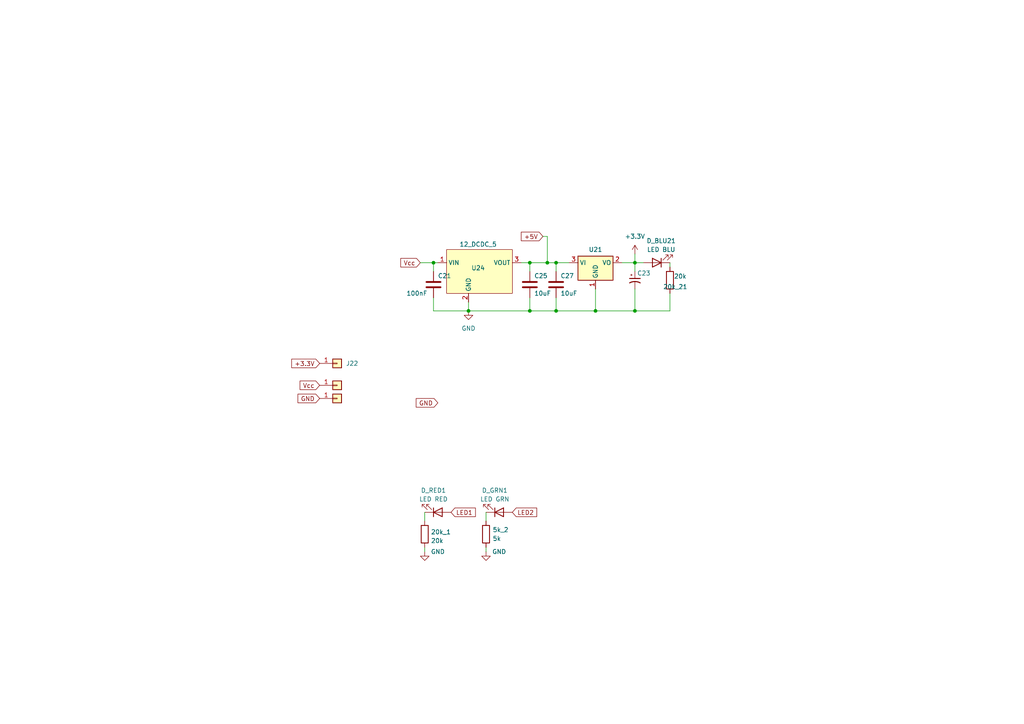
<source format=kicad_sch>
(kicad_sch (version 20231120) (generator "eeschema") (generator_version "8.0")
  (paper "A4")
  (lib_symbols
    (symbol "Connector_Generic:Conn_01x01" (pin_names (offset 1.016) hide)
      (property "Reference" "J" (at 0 2.54 0))
      (property "Value" "Conn_01x01" (at 0 -2.54 0))
      (symbol "Conn_01x01_1_1"
        (rectangle (start -1.27 0.127) (end 0 -0.127) (stroke (width 0.1524)))
        (rectangle (start -1.27 1.27) (end 1.27 -1.27) (stroke (width 0.254)) (fill (type background)))
        (pin passive line (at -5.08 0 0) (length 3.81) (name "Pin_1") (number "1"))
      )
    )
    (symbol "Device:C" (pin_numbers hide) (pin_names (offset 0.254))
      (property "Reference" "C" (at 0.635 2.54 0))
      (property "Value" "C" (at 0.635 -2.54 0))
      (symbol "C_0_1"
        (polyline (pts (xy -2.032 -0.762) (xy 2.032 -0.762)) (stroke (width 0.508)))
        (polyline (pts (xy -2.032 0.762) (xy 2.032 0.762)) (stroke (width 0.508)))
      )
      (symbol "C_1_1"
        (pin passive line (at 0 3.81 270) (length 2.794) (name "~") (number "1"))
        (pin passive line (at 0 -3.81 90) (length 2.794) (name "~") (number "2"))
      )
    )
    (symbol "Device:C_Polarized_Small_US" (pin_numbers hide) (pin_names (offset 0.254) hide)
      (property "Reference" "C" (at 0.254 1.778 0))
      (property "Value" "C_Polarized_Small_US" (at 0.254 -2.032 0))
      (symbol "C_Polarized_Small_US_0_1"
        (polyline (pts (xy -1.524 0.508) (xy 1.524 0.508)) (stroke (width 0.3048)))
        (polyline (pts (xy -1.27 1.524) (xy -0.762 1.524)))
        (polyline (pts (xy -1.016 1.27) (xy -1.016 1.778)))
        (arc (start 1.524 -0.762) (mid 0 -0.3734) (end -1.524 -0.762) (stroke (width 0.3048)))
      )
      (symbol "C_Polarized_Small_US_1_1"
        (pin passive line (at 0 2.54 270) (length 2.032) (name "~") (number "1"))
        (pin passive line (at 0 -2.54 90) (length 2.032) (name "~") (number "2"))
      )
    )
    (symbol "Device:LED" (pin_numbers hide) (pin_names (offset 1.016) hide)
      (property "Reference" "D" (at 0 2.54 0))
      (property "Value" "LED" (at 0 -2.54 0))
      (symbol "LED_0_1"
        (polyline (pts (xy -1.27 -1.27) (xy -1.27 1.27)) (stroke (width 0.254)))
        (polyline (pts (xy -1.27 0) (xy 1.27 0)))
        (polyline (pts (xy 1.27 -1.27) (xy 1.27 1.27) (xy -1.27 0) (xy 1.27 -1.27)) (stroke (width 0.254)))
        (polyline (pts (xy -3.048 -0.762) (xy -4.572 -2.286) (xy -3.81 -2.286) (xy -4.572 -2.286) (xy -4.572 -1.524)))
        (polyline (pts (xy -1.778 -0.762) (xy -3.302 -2.286) (xy -2.54 -2.286) (xy -3.302 -2.286) (xy -3.302 -1.524)))
      )
      (symbol "LED_1_1"
        (pin passive line (at -3.81 0 0) (length 2.54) (name "K") (number "1"))
        (pin passive line (at 3.81 0 180) (length 2.54) (name "A") (number "2"))
      )
    )
    (symbol "Device:R" (pin_numbers hide) (pin_names (offset 0))
      (property "Reference" "R" (at 2.032 0 90))
      (property "Value" "R" (at 0 0 90))
      (symbol "R_0_1"
        (rectangle (start -1.016 -2.54) (end 1.016 2.54) (stroke (width 0.254)))
      )
      (symbol "R_1_1"
        (pin passive line (at 0 3.81 270) (length 1.27) (name "~") (number "1"))
        (pin passive line (at 0 -3.81 90) (length 1.27) (name "~") (number "2"))
      )
    )
    (symbol "MP2_DFN_Custom_Symbols:TO220_replacement_module"
      (property "Reference" "U" (at -3.81 1.27 0))
      (property "Value" "TO220_replacement_module" (at 1.27 3.81 0))
      (symbol "TO220_replacement_module_0_1"
        (rectangle (start 0 0) (end 19.05 -12.7) (fill (type background)))
      )
      (symbol "TO220_replacement_module_1_1"
        (pin bidirectional line (at -2.54 -3.81 0) (length 2.54) (name "VIN") (number "1"))
        (pin bidirectional line (at 6.35 -15.24 90) (length 2.54) (name "GND") (number "2"))
        (pin bidirectional line (at 21.59 -3.81 180) (length 2.54) (name "VOUT") (number "3"))
      )
    )
    (symbol "Regulator_Linear:LD1117S18TR_SOT223"
      (property "Reference" "U" (at -3.81 3.175 0))
      (property "Value" "LD1117S18TR_SOT223" (at 0 3.175 0))
      (symbol "LD1117S18TR_SOT223_0_1"
        (rectangle (start -5.08 -5.08) (end 5.08 1.905) (stroke (width 0.254)) (fill (type background)))
      )
      (symbol "LD1117S18TR_SOT223_1_1"
        (pin power_in line (at 0 -7.62 90) (length 2.54) (name "GND") (number "1"))
        (pin power_out line (at 7.62 0 180) (length 2.54) (name "VO") (number "2"))
        (pin power_in line (at -7.62 0 0) (length 2.54) (name "VI") (number "3"))
      )
    )
    (symbol "power:+3.3V" (power) (pin_names (offset 0))
      (property "Value" "+3.3V" (at 0 3.556 0))
      (symbol "+3.3V_0_1"
        (polyline (pts (xy -0.762 1.27) (xy 0 2.54)))
        (polyline (pts (xy 0 0) (xy 0 2.54)))
        (polyline (pts (xy 0 2.54) (xy 0.762 1.27)))
      )
      (symbol "+3.3V_1_1"
        (pin power_in line (at 0 0 90) (length 0) hide (name "+3.3V") (number "1"))
      )
    )
    (symbol "power:GND" (power) (pin_names (offset 0))
      (property "Value" "GND" (at 0 -3.81 0))
      (symbol "GND_0_1"
        (polyline (pts (xy 0 0) (xy 0 -1.27) (xy 1.27 -1.27) (xy 0 -2.54) (xy -1.27 -1.27) (xy 0 -1.27)))
      )
      (symbol "GND_1_1"
        (pin power_in line (at 0 0 270) (length 0) hide (name "GND") (number "1"))
      )
    )
  )
  (junction (at 153.67 90.17))
  (junction (at 158.75 76.2))
  (junction (at 161.29 76.2))
  (junction (at 125.73 76.2))
  (junction (at 184.15 90.17))
  (junction (at 135.89 90.17))
  (junction (at 161.29 90.17))
  (junction (at 184.15 76.2))
  (junction (at 172.72 90.17))
  (junction (at 153.67 76.2))
  (wire (pts (xy 121.92 76.2) (xy 125.73 76.2)))
  (wire (pts (xy 153.67 76.2) (xy 158.75 76.2)))
  (wire (pts (xy 151.13 76.2) (xy 153.67 76.2)))
  (wire (pts (xy 194.31 85.09) (xy 194.31 90.17)))
  (wire (pts (xy 161.29 86.36) (xy 161.29 90.17)))
  (wire (pts (xy 123.19 160.02) (xy 123.19 158.75)))
  (wire (pts (xy 158.75 68.58) (xy 158.75 76.2)))
  (wire (pts (xy 153.67 76.2) (xy 153.67 78.74)))
  (wire (pts (xy 125.73 76.2) (xy 127 76.2)))
  (wire (pts (xy 184.15 83.82) (xy 184.15 90.17)))
  (wire (pts (xy 135.89 90.17) (xy 153.67 90.17)))
  (wire (pts (xy 135.89 90.17) (xy 135.89 87.63)))
  (wire (pts (xy 157.48 68.58) (xy 158.75 68.58)))
  (wire (pts (xy 184.15 90.17) (xy 172.72 90.17)))
  (wire (pts (xy 172.72 90.17) (xy 161.29 90.17)))
  (wire (pts (xy 194.31 76.2) (xy 194.31 77.47)))
  (wire (pts (xy 125.73 86.36) (xy 125.73 90.17)))
  (wire (pts (xy 184.15 76.2) (xy 184.15 78.74)))
  (wire (pts (xy 125.73 90.17) (xy 135.89 90.17)))
  (wire (pts (xy 123.19 148.59) (xy 123.19 151.13)))
  (wire (pts (xy 153.67 86.36) (xy 153.67 90.17)))
  (wire (pts (xy 140.97 160.02) (xy 140.97 158.75)))
  (wire (pts (xy 184.15 73.66) (xy 184.15 76.2)))
  (wire (pts (xy 140.97 148.59) (xy 140.97 151.13)))
  (wire (pts (xy 184.15 76.2) (xy 186.69 76.2)))
  (wire (pts (xy 161.29 76.2) (xy 165.1 76.2)))
  (wire (pts (xy 125.73 76.2) (xy 125.73 78.74)))
  (wire (pts (xy 180.34 76.2) (xy 184.15 76.2)))
  (wire (pts (xy 161.29 76.2) (xy 161.29 78.74)))
  (wire (pts (xy 194.31 90.17) (xy 184.15 90.17)))
  (wire (pts (xy 158.75 76.2) (xy 161.29 76.2)))
  (wire (pts (xy 161.29 90.17) (xy 153.67 90.17)))
  (wire (pts (xy 172.72 83.82) (xy 172.72 90.17)))
  (global_label "Vcc" (shape input) (at 121.92 76.2 180) (property "Intersheetrefs" "${INTERSHEET_REFS}" (effects (hide yes))))
  (global_label "Vcc" (shape input) (at 92.71 111.76 180) (property "Intersheetrefs" "${INTERSHEET_REFS}" (effects (hide yes))))
  (global_label "+5V" (shape input) (at 157.48 68.58 180) (property "Intersheetrefs" "${INTERSHEET_REFS}" (effects (hide yes))))
  (global_label "+3.3V" (shape input) (at 92.71 105.41 180) (property "Intersheetrefs" "${INTERSHEET_REFS}" (effects (hide yes))))
  (global_label "LED1" (shape input) (at 130.81 148.59 0) (property "Intersheetrefs" "${INTERSHEET_REFS}" (effects (hide yes))))
  (global_label "GND" (shape input) (at 92.71 115.57 180) (property "Intersheetrefs" "${INTERSHEET_REFS}" (effects (hide yes))))
  (global_label "LED2" (shape input) (at 148.59 148.59 0) (property "Intersheetrefs" "${INTERSHEET_REFS}" (effects (hide yes))))
  (global_label "GND" (shape input) (at 127 116.84 180) (property "Intersheetrefs" "${INTERSHEET_REFS}" (effects (hide yes))))
  (symbol (lib_id "Device:LED") (at 144.78 148.59 0) (mirror x) (unit 1)
    (property "Reference" "D_GRN1" (at 143.51 142.24 0))
    (property "Value" "LED GRN" (at 143.51 144.78 0))
    (property "Footprint" "LED_SMD:LED_0603_1608Metric" (effects (hide yes)))
    (property "LCSC" "C72043" (effects (hide yes)))
  )
  (symbol (lib_id "power:GND") (at 135.89 90.17 0) (unit 1)
    (property "Reference" "#PWR032" (effects (hide yes)))
    (property "Value" "GND" (at 135.89 95.25 0))
  )
  (symbol (lib_id "Device:R") (at 140.97 154.94 180) (unit 1)
    (property "Reference" "5k_2" (at 142.875 153.6699 0) (effects (justify right)))
    (property "Value" "5k" (at 142.875 156.2099 0) (effects (justify right)))
    (property "Footprint" "Resistor_SMD:R_0603_1608Metric" (effects (hide yes)))
    (property "LCSC" "C4184" (effects (hide yes)))
  )
  (symbol (lib_id "power:GND") (at 140.97 160.02 0) (mirror y) (unit 1)
    (property "Reference" "#PWR029" (effects (hide yes)))
    (property "Value" "GND" (at 144.78 160.02 0))
  )
  (symbol (lib_id "MP2_DFN_Custom_Symbols:TO220_replacement_module") (at 129.54 72.39 0) (unit 1) (in_bom no)
    (property "Reference" "U24" (at 138.684 77.724 0))
    (property "Value" "12_DCDC_5" (at 138.684 70.866 0))
    (property "Footprint" "MP2_DFN_Custom_parts:12_DCDC_5" (effects (hide yes)))
  )
  (symbol (lib_id "Device:LED") (at 127 148.59 0) (mirror x) (unit 1)
    (property "Reference" "D_RED1" (at 125.73 142.24 0))
    (property "Value" "LED RED" (at 125.73 144.78 0))
    (property "Footprint" "LED_SMD:LED_0603_1608Metric" (effects (hide yes)))
    (property "LCSC" "C2286" (effects (hide yes)))
  )
  (symbol (lib_id "Regulator_Linear:LD1117S18TR_SOT223") (at 172.72 76.2 0) (unit 1)
    (property "Reference" "U21" (at 172.72 72.39 0))
    (property "Value" "LD1117S18TR_SOT223" (effects (hide yes)))
    (property "Footprint" "Package_TO_SOT_SMD:SOT-223-3_TabPin2" (effects (hide yes)))
    (property "Datasheet" "http://www.st.com/st-web-ui/static/active/en/resource/technical/document/datasheet/CD00000544.pdf" (effects (hide yes)))
    (property "LCSC" "C2984862" (effects (hide yes)))
  )
  (symbol (lib_id "Device:R") (at 194.31 81.28 0) (mirror x) (unit 1)
    (property "Reference" "20k_21" (at 199.39 83.185 0) (effects (justify right)))
    (property "Value" "20k" (at 199.136 80.137 0) (effects (justify right)))
    (property "Footprint" "Resistor_SMD:R_0603_1608Metric" (effects (hide yes)))
    (property "LCSC" "C4184" (effects (hide yes)))
  )
  (symbol (lib_id "Device:C") (at 161.29 82.55 0) (unit 1)
    (property "Reference" "C27" (at 162.56 80.01 0) (effects (justify left)))
    (property "Value" "10uF" (at 162.56 85.09 0) (effects (justify left)))
    (property "Footprint" "Capacitor_SMD:C_0805_2012Metric" (effects (hide yes)))
    (property "MFR PT" "CL10A106MA8NRNCCopy" (effects (hide yes)))
    (property "LCSC" "C96446" (effects (hide yes)))
  )
  (symbol (lib_id "Connector_Generic:Conn_01x01") (at 97.79 111.76 0) (unit 1)
    (property "Reference" "J25" (effects (hide yes)))
    (property "Value" "Conn_01x01" (effects (hide yes)))
    (property "Footprint" "Connector_Wire:SolderWire-2sqmm_1x01_D2mm_OD3.9mm" (effects (hide yes)))
    (property "Description" "Generic connector, single row, 01x01, script generated (kicad-library-utils/schlib/autogen/connector/)" (effects (hide yes)))
  )
  (symbol (lib_id "Device:R") (at 123.19 154.94 180) (unit 1)
    (property "Reference" "20k_1" (at 124.968 154.305 0) (effects (justify right)))
    (property "Value" "20k" (at 124.968 156.845 0) (effects (justify right)))
    (property "Footprint" "Resistor_SMD:R_0603_1608Metric" (effects (hide yes)))
    (property "LCSC" "C4184" (effects (hide yes)))
  )
  (symbol (lib_id "Device:C") (at 125.73 82.55 0) (unit 1)
    (property "Reference" "C21" (at 127 80.01 0) (effects (justify left)))
    (property "Value" "100nF" (at 117.856 85.09 0) (effects (justify left)))
    (property "Footprint" "Capacitor_SMD:C_0805_2012Metric" (effects (hide yes)))
    (property "MFR PT" "C2012X7T2E104KT000N" (effects (hide yes)))
    (property "LCSC" "C342865" (effects (hide yes)))
  )
  (symbol (lib_id "power:GND") (at 123.19 160.02 0) (mirror y) (unit 1)
    (property "Reference" "#PWR028" (effects (hide yes)))
    (property "Value" "GND" (at 127 160.02 0))
  )
  (symbol (lib_id "power:+3.3V") (at 184.15 73.66 0) (unit 1)
    (property "Reference" "#PWR030" (effects (hide yes)))
    (property "Value" "+3.3V" (at 184.15 68.58 0))
  )
  (symbol (lib_id "Connector_Generic:Conn_01x01") (at 97.79 105.41 0) (unit 1)
    (property "Reference" "J22" (at 100.33 105.4099 0) (effects (justify left)))
    (property "Value" "Conn_01x01" (effects (hide yes)))
    (property "Footprint" "Connector_PinSocket_2.54mm:PinSocket_1x01_P2.54mm_Vertical" (effects (hide yes)))
    (property "Description" "Generic connector, single row, 01x01, script generated (kicad-library-utils/schlib/autogen/connector/)" (effects (hide yes)))
  )
  (symbol (lib_id "Device:C") (at 153.67 82.55 0) (unit 1)
    (property "Reference" "C25" (at 154.94 80.01 0) (effects (justify left)))
    (property "Value" "10uF" (at 154.94 85.09 0) (effects (justify left)))
    (property "Footprint" "Capacitor_SMD:C_0805_2012Metric" (effects (hide yes)))
    (property "MFR PT" "CL10A106MA8NRNCCopy" (effects (hide yes)))
    (property "LCSC" "C96446" (effects (hide yes)))
  )
  (symbol (lib_id "Device:C_Polarized_Small_US") (at 184.15 81.28 0) (unit 1)
    (property "Reference" "C23" (at 184.785 79.248 0) (effects (justify left)))
    (property "Value" "C_Polarized_Small_US" (effects (hide yes)))
    (property "Footprint" "Capacitor_Tantalum_SMD:CP_EIA-3216-18_Kemet-A" (effects (hide yes)))
    (property "LCSC" "C7171" (effects (hide yes)))
  )
  (symbol (lib_id "Device:LED") (at 190.5 76.2 180) (unit 1)
    (property "Reference" "D_BLU21" (at 191.77 69.85 0))
    (property "Value" "LED BLU" (at 191.77 72.39 0))
    (property "Footprint" "LED_SMD:LED_0603_1608Metric" (effects (hide yes)))
    (property "LCSC" "C72041" (effects (hide yes)))
  )
  (symbol (lib_id "Connector_Generic:Conn_01x01") (at 97.79 115.57 0) (unit 1)
    (property "Reference" "J24" (effects (hide yes)))
    (property "Value" "Conn_01x01" (effects (hide yes)))
    (property "Footprint" "Connector_Wire:SolderWire-2sqmm_1x01_D2mm_OD3.9mm" (effects (hide yes)))
    (property "Description" "Generic connector, single row, 01x01, script generated (kicad-library-utils/schlib/autogen/connector/)" (effects (hide yes)))
  )
)
</source>
